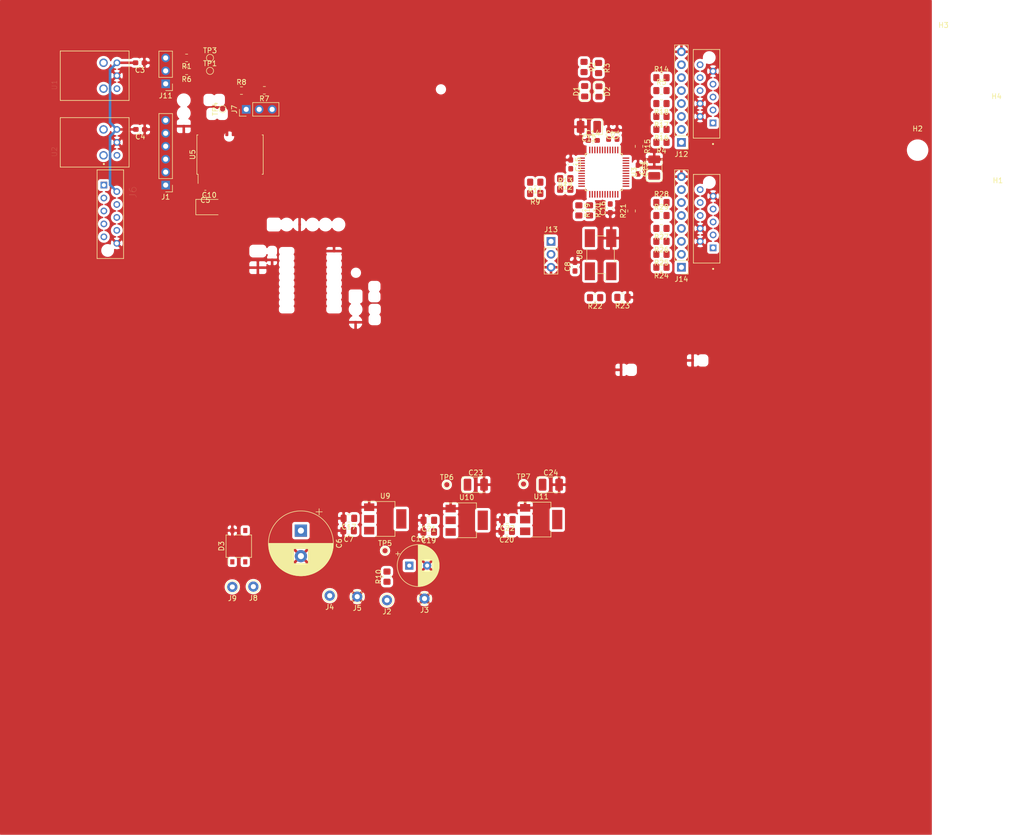
<source format=kicad_pcb>
(kicad_pcb (version 20171130) (host pcbnew "(5.1.9-0-10_14)")
  (layers (0 F.Cu mixed) (1 In1.Cu signal) (2 In2.Cu signal) (31 B.Cu mixed) (34 B.Paste user) (35 F.Paste user) (36 B.SilkS user) (37 F.SilkS user) (38 B.Mask user) (39 F.Mask user) (44 Edge.Cuts user))
  (net 0 "")
  (net 1 "Net-(C1-Pad2)")
  (net 2 GND)
  (net 3 +3V3)
  (net 4 "Net-(D1-Pad2)")
  (net 5 "Net-(D1-Pad1)")
  (net 6 "Net-(D2-Pad2)")
  (net 7 "Net-(D2-Pad1)")
  (net 8 "Net-(R1-Pad1)")
  (net 9 "Net-(R6-Pad1)")
  (net 10 "Net-(C6-Pad1)")
  (net 11 "Net-(D3-Pad2)")
  (net 12 "Net-(D3-Pad1)")
  (net 13 "Net-(J1-Pad5)")
  (net 14 "Net-(J1-Pad4)")
  (net 15 "Net-(J1-Pad1)")
  (net 16 "Net-(J2-Pad1)")
  (net 17 SCL)
  (net 18 SDA)
  (net 19 +1V8)
  (net 20 "Net-(C2-Pad1)")
  (net 21 "Net-(C17-Pad1)")
  (net 22 "Net-(R12-Pad1)")
  (net 23 "Net-(R13-Pad1)")
  (net 24 RESET)
  (net 25 "Net-(R9-Pad1)")
  (net 26 "Net-(R11-Pad1)")
  (net 27 "Net-(J10-Pad1)")
  (net 28 "Net-(J10-Pad3)")
  (net 29 "Net-(J10-Pad5)")
  (net 30 "Net-(J10-Pad6)")
  (net 31 "Net-(J10-Pad7)")
  (net 32 "Net-(J10-Pad8)")
  (net 33 "Net-(R15-Pad2)")
  (net 34 BCKB)
  (net 35 LRCKB)
  (net 36 SDOUTB)
  (net 37 "Net-(C8-Pad1)")
  (net 38 "Net-(J11-Pad3)")
  (net 39 "Net-(J11-Pad2)")
  (net 40 "Net-(J13-Pad2)")
  (net 41 "Net-(J13-Pad1)")
  (net 42 "Net-(J14-Pad6)")
  (net 43 "Net-(J14-Pad5)")
  (net 44 "Net-(J14-Pad4)")
  (net 45 "Net-(J14-Pad3)")
  (net 46 "Net-(J14-Pad2)")
  (net 47 "Net-(J14-Pad1)")
  (net 48 MCLK)
  (net 49 "Net-(R19-Pad1)")
  (net 50 "Net-(R21-Pad2)")
  (net 51 "Net-(R22-Pad1)")
  (net 52 BCKA)
  (net 53 LRCKA)
  (net 54 SDOUTA)
  (net 55 MLCK)
  (module kicad-snk:PLR135-T10_PLT133-T10W (layer F.Cu) (at 40.64 44.45 90)
    (fp_text reference U2 (at -1.827255 -9.646905 90) (layer F.SilkS) (effects (font (size 1.001236 1.001236) (thickness 0.015))))
    (fp_text value PLR135-T10)
    (pad 1 thru_hole circle (at 2.54 2.63 90) (size 1.308 1.308) (drill 0.8) (layers *.Cu *.Mask) (net 3 +3V3))
    (pad 2 thru_hole circle (at 0 2.63 90) (size 1.308 1.308) (drill 0.8) (layers *.Cu *.Mask) (net 2 GND))
    (pad 3 thru_hole circle (at -2.54 2.63 90) (size 1.308 1.308) (drill 0.8) (layers *.Cu *.Mask) (net 39 "Net-(J11-Pad2)"))
    (pad NC2 thru_hole circle (at -2.54 0 90) (size 1.65 1.65) (drill 1.1) (layers *.Cu *.Mask))
    (pad NC1 thru_hole circle (at 2.54 0 90) (size 1.65 1.65) (drill 1.1) (layers *.Cu *.Mask))
  )
  (module kicad-snk:PLR135-T10_PLT133-T10W (layer F.Cu) (at 40.64 31.369 90)
    (fp_text reference U1 (at -1.827255 -9.646905 90) (layer F.SilkS) (effects (font (size 1.001236 1.001236) (thickness 0.015))))
    (fp_text value PLR135-T10)
    (pad 1 thru_hole circle (at 2.54 2.63 90) (size 1.308 1.308) (drill 0.8) (layers *.Cu *.Mask) (net 3 +3V3))
    (pad 2 thru_hole circle (at 0 2.63 90) (size 1.308 1.308) (drill 0.8) (layers *.Cu *.Mask) (net 2 GND))
    (pad 3 thru_hole circle (at -2.54 2.63 90) (size 1.308 1.308) (drill 0.8) (layers *.Cu *.Mask) (net 38 "Net-(J11-Pad3)"))
    (pad NC2 thru_hole circle (at -2.54 0 90) (size 1.65 1.65) (drill 1.1) (layers *.Cu *.Mask))
    (pad NC1 thru_hole circle (at 2.54 0 90) (size 1.65 1.65) (drill 1.1) (layers *.Cu *.Mask))
  )
  (module Capacitor_SMD:C_0603_1608Metric_Pad1.08x0.95mm_HandSolder (layer F.Cu) (at 140.081 57.404 90)
    (fp_text reference C16 (at 0 -1.43 90) (layer F.SilkS))
    (fp_text value 100nF)
    (pad 2 smd roundrect (at 0.8625 0 90) (size 1.075 0.95) (layers F.Cu F.Paste F.Mask) (net 3 +3V3))
    (pad 1 smd roundrect (at -0.8625 0 90) (size 1.075 0.95) (layers F.Cu F.Paste F.Mask) (net 2 GND))
  )
  (module Capacitor_SMD:C_0603_1608Metric_Pad1.08x0.95mm_HandSolder (layer F.Cu) (at 132.334 48.768 270)
    (fp_text reference C15 (at 0 -1.43 90) (layer F.SilkS))
    (fp_text value 100nF)
    (pad 2 smd roundrect (at 0.8625 0 270) (size 1.075 0.95) (layers F.Cu F.Paste F.Mask) (net 19 +1V8))
    (pad 1 smd roundrect (at -0.8625 0 270) (size 1.075 0.95) (layers F.Cu F.Paste F.Mask) (net 2 GND))
  )
  (module Capacitor_SMD:C_0603_1608Metric_Pad1.08x0.95mm_HandSolder (layer F.Cu) (at 136.652 44.069)
    (fp_text reference C14 (at 0 -1.43) (layer F.SilkS))
    (fp_text value 100nF)
    (pad 2 smd roundrect (at 0.8625 0) (size 1.075 0.95) (layers F.Cu F.Paste F.Mask) (net 3 +3V3))
    (pad 1 smd roundrect (at -0.8625 0) (size 1.075 0.95) (layers F.Cu F.Paste F.Mask) (net 2 GND))
  )
  (module Capacitor_SMD:C_0603_1608Metric_Pad1.08x0.95mm_HandSolder (layer F.Cu) (at 145.542 49.784 270)
    (fp_text reference C13 (at 0 -1.43 90) (layer F.SilkS))
    (fp_text value 100nF)
    (pad 2 smd roundrect (at 0.8625 0 270) (size 1.075 0.95) (layers F.Cu F.Paste F.Mask) (net 3 +3V3))
    (pad 1 smd roundrect (at -0.8625 0 270) (size 1.075 0.95) (layers F.Cu F.Paste F.Mask) (net 2 GND))
  )
  (module Capacitor_SMD:C_0603_1608Metric_Pad1.08x0.95mm_HandSolder (layer F.Cu) (at 133.1595 68.834 90)
    (fp_text reference C8 (at 0 -1.43 90) (layer F.SilkS))
    (fp_text value 10nF)
    (pad 2 smd roundrect (at 0.8625 0 90) (size 1.075 0.95) (layers F.Cu F.Paste F.Mask) (net 2 GND))
    (pad 1 smd roundrect (at -0.8625 0 90) (size 1.075 0.95) (layers F.Cu F.Paste F.Mask) (net 37 "Net-(C8-Pad1)"))
  )
  (module Capacitor_SMD:C_0603_1608Metric_Pad1.08x0.95mm_HandSolder (layer F.Cu) (at 60.616 54.356 180)
    (fp_text reference C5 (at 0 -1.43) (layer F.SilkS))
    (fp_text value 100nF)
    (pad 2 smd roundrect (at 0.8625 0 180) (size 1.075 0.95) (layers F.Cu F.Paste F.Mask) (net 3 +3V3))
    (pad 1 smd roundrect (at -0.8625 0 180) (size 1.075 0.95) (layers F.Cu F.Paste F.Mask) (net 2 GND))
  )
  (module Capacitor_SMD:C_0603_1608Metric_Pad1.08x0.95mm_HandSolder (layer F.Cu) (at 47.8525 41.91 180)
    (fp_text reference C4 (at 0 -1.43) (layer F.SilkS))
    (fp_text value 100nF)
    (pad 2 smd roundrect (at 0.8625 0 180) (size 1.075 0.95) (layers F.Cu F.Paste F.Mask) (net 3 +3V3))
    (pad 1 smd roundrect (at -0.8625 0 180) (size 1.075 0.95) (layers F.Cu F.Paste F.Mask) (net 2 GND))
  )
  (module Capacitor_SMD:C_0603_1608Metric_Pad1.08x0.95mm_HandSolder (layer F.Cu) (at 47.789 28.829 180)
    (fp_text reference C3 (at 0 -1.43) (layer F.SilkS))
    (fp_text value 100nF)
    (pad 2 smd roundrect (at 0.8625 0 180) (size 1.075 0.95) (layers F.Cu F.Paste F.Mask) (net 3 +3V3))
    (pad 1 smd roundrect (at -0.8625 0 180) (size 1.075 0.95) (layers F.Cu F.Paste F.Mask) (net 2 GND))
  )
  (module Capacitor_SMD:C_0603_1608Metric_Pad1.08x0.95mm_HandSolder (layer F.Cu) (at 141.4145 42.9525 90)
    (fp_text reference C2 (at 0 -1.43 90) (layer F.SilkS))
    (fp_text value 100nF)
    (pad 2 smd roundrect (at 0.8625 0 90) (size 1.075 0.95) (layers F.Cu F.Paste F.Mask) (net 2 GND))
    (pad 1 smd roundrect (at -0.8625 0 90) (size 1.075 0.95) (layers F.Cu F.Paste F.Mask) (net 20 "Net-(C2-Pad1)"))
  )
  (module Capacitor_SMD:C_0603_1608Metric_Pad1.08x0.95mm_HandSolder (layer F.Cu) (at 139.7635 42.9525 270)
    (fp_text reference C1 (at 0 -1.43 90) (layer F.SilkS))
    (fp_text value 100nF)
    (pad 2 smd roundrect (at 0.8625 0 270) (size 1.075 0.95) (layers F.Cu F.Paste F.Mask) (net 1 "Net-(C1-Pad2)"))
    (pad 1 smd roundrect (at -0.8625 0 270) (size 1.075 0.95) (layers F.Cu F.Paste F.Mask) (net 2 GND))
  )
  (module TestPoint:TestPoint_Pad_D1.0mm (layer F.Cu) (at 61.5315 30.4165)
    (fp_text reference TP1 (at 0 -1.448) (layer F.SilkS))
    (fp_text value RX2+)
    (pad 1 smd circle (at 0 0) (size 1 1) (layers F.Cu F.Mask) (net 9 "Net-(R6-Pad1)"))
  )
  (module Resistor_SMD:R_0805_2012Metric_Pad1.20x1.40mm_HandSolder (layer F.Cu) (at 150.13 58.801)
    (fp_text reference R29 (at 0 -1.65) (layer F.SilkS))
    (fp_text value 49.9R)
    (pad 2 smd roundrect (at 1 0) (size 1.2 1.4) (layers F.Cu F.Paste F.Mask) (roundrect_rratio 0.208333) (net 43 "Net-(J14-Pad5)"))
    (pad 1 smd roundrect (at -1 0) (size 1.2 1.4) (layers F.Cu F.Paste F.Mask) (roundrect_rratio 0.208333) (net 18 SDA))
  )
  (module Resistor_SMD:R_0805_2012Metric_Pad1.20x1.40mm_HandSolder (layer F.Cu) (at 150.13 56.261)
    (fp_text reference R28 (at 0 -1.65) (layer F.SilkS))
    (fp_text value 49.9R)
    (pad 2 smd roundrect (at 1 0) (size 1.2 1.4) (layers F.Cu F.Paste F.Mask) (roundrect_rratio 0.208333) (net 42 "Net-(J14-Pad6)"))
    (pad 1 smd roundrect (at -1 0) (size 1.2 1.4) (layers F.Cu F.Paste F.Mask) (roundrect_rratio 0.208333) (net 17 SCL))
  )
  (module Resistor_SMD:R_0805_2012Metric_Pad1.20x1.40mm_HandSolder (layer F.Cu) (at 150.13 61.341 180)
    (fp_text reference R27 (at 0 -1.65) (layer F.SilkS))
    (fp_text value 33R)
    (pad 2 smd roundrect (at 1 0 180) (size 1.2 1.4) (layers F.Cu F.Paste F.Mask) (roundrect_rratio 0.208333) (net 54 SDOUTA))
    (pad 1 smd roundrect (at -1 0 180) (size 1.2 1.4) (layers F.Cu F.Paste F.Mask) (roundrect_rratio 0.208333) (net 44 "Net-(J14-Pad4)"))
  )
  (module Resistor_SMD:R_0805_2012Metric_Pad1.20x1.40mm_HandSolder (layer F.Cu) (at 150.13 63.881 180)
    (fp_text reference R26 (at 0 -1.65) (layer F.SilkS))
    (fp_text value 33R)
    (pad 2 smd roundrect (at 1 0 180) (size 1.2 1.4) (layers F.Cu F.Paste F.Mask) (roundrect_rratio 0.208333) (net 53 LRCKA))
    (pad 1 smd roundrect (at -1 0 180) (size 1.2 1.4) (layers F.Cu F.Paste F.Mask) (roundrect_rratio 0.208333) (net 45 "Net-(J14-Pad3)"))
  )
  (module Resistor_SMD:R_0805_2012Metric_Pad1.20x1.40mm_HandSolder (layer F.Cu) (at 150.13 66.421 180)
    (fp_text reference R25 (at 0 -1.65) (layer F.SilkS))
    (fp_text value 33R)
    (pad 2 smd roundrect (at 1 0 180) (size 1.2 1.4) (layers F.Cu F.Paste F.Mask) (roundrect_rratio 0.208333) (net 52 BCKA))
    (pad 1 smd roundrect (at -1 0 180) (size 1.2 1.4) (layers F.Cu F.Paste F.Mask) (roundrect_rratio 0.208333) (net 46 "Net-(J14-Pad2)"))
  )
  (module Resistor_SMD:R_0805_2012Metric_Pad1.20x1.40mm_HandSolder (layer F.Cu) (at 150.13 68.961 180)
    (fp_text reference R24 (at 0 -1.65) (layer F.SilkS))
    (fp_text value 33R)
    (pad 2 smd roundrect (at 1 0 180) (size 1.2 1.4) (layers F.Cu F.Paste F.Mask) (roundrect_rratio 0.208333) (net 48 MCLK))
    (pad 1 smd roundrect (at -1 0 180) (size 1.2 1.4) (layers F.Cu F.Paste F.Mask) (roundrect_rratio 0.208333) (net 47 "Net-(J14-Pad1)"))
  )
  (module Resistor_SMD:R_0805_2012Metric_Pad1.20x1.40mm_HandSolder (layer F.Cu) (at 142.478 74.8665 180)
    (fp_text reference R23 (at 0 -1.65) (layer F.SilkS))
    (fp_text value 4K99)
    (pad 2 smd roundrect (at 1 0 180) (size 1.2 1.4) (layers F.Cu F.Paste F.Mask) (roundrect_rratio 0.208333) (net 51 "Net-(R22-Pad1)"))
    (pad 1 smd roundrect (at -1 0 180) (size 1.2 1.4) (layers F.Cu F.Paste F.Mask) (roundrect_rratio 0.208333) (net 2 GND))
  )
  (module Resistor_SMD:R_0805_2012Metric_Pad1.20x1.40mm_HandSolder (layer F.Cu) (at 137.1125 74.93 180)
    (fp_text reference R22 (at 0 -1.65) (layer F.SilkS))
    (fp_text value 4K99)
    (pad 2 smd roundrect (at 1 0 180) (size 1.2 1.4) (layers F.Cu F.Paste F.Mask) (roundrect_rratio 0.208333) (net 37 "Net-(C8-Pad1)"))
    (pad 1 smd roundrect (at -1 0 180) (size 1.2 1.4) (layers F.Cu F.Paste F.Mask) (roundrect_rratio 0.208333) (net 51 "Net-(R22-Pad1)"))
  )
  (module Resistor_SMD:R_0805_2012Metric_Pad1.20x1.40mm_HandSolder (layer F.Cu) (at 144.272 57.912 90)
    (fp_text reference R21 (at 0 -1.65 90) (layer F.SilkS))
    (fp_text value 33R)
    (pad 2 smd roundrect (at 1 0 90) (size 1.2 1.4) (layers F.Cu F.Paste F.Mask) (roundrect_rratio 0.208333) (net 50 "Net-(R21-Pad2)"))
    (pad 1 smd roundrect (at -1 0 90) (size 1.2 1.4) (layers F.Cu F.Paste F.Mask) (roundrect_rratio 0.208333) (net 2 GND))
  )
  (module Resistor_SMD:R_0805_2012Metric_Pad1.20x1.40mm_HandSolder (layer F.Cu) (at 136.017 57.801 270)
    (fp_text reference R20 (at 0 -1.65 90) (layer F.SilkS))
    (fp_text value 0R)
    (pad 2 smd roundrect (at 1 0 270) (size 1.2 1.4) (layers F.Cu F.Paste F.Mask) (roundrect_rratio 0.208333) (net 41 "Net-(J13-Pad1)"))
    (pad 1 smd roundrect (at -1 0 270) (size 1.2 1.4) (layers F.Cu F.Paste F.Mask) (roundrect_rratio 0.208333) (net 55 MLCK))
  )
  (module Resistor_SMD:R_0805_2012Metric_Pad1.20x1.40mm_HandSolder (layer F.Cu) (at 133.9215 57.801 270)
    (fp_text reference R19 (at 0 -1.65 90) (layer F.SilkS))
    (fp_text value 0R)
    (pad 2 smd roundrect (at 1 0 270) (size 1.2 1.4) (layers F.Cu F.Paste F.Mask) (roundrect_rratio 0.208333) (net 41 "Net-(J13-Pad1)"))
    (pad 1 smd roundrect (at -1 0 270) (size 1.2 1.4) (layers F.Cu F.Paste F.Mask) (roundrect_rratio 0.208333) (net 49 "Net-(R19-Pad1)"))
  )
  (module kicad-snk:TE_CONN_RCPT_10POS_0.1_TIN_PCB (layer F.Cu) (at 160.274 65.151 90)
    (fp_text reference J15 (at 1.40487 -5.69557 90) (layer F.SilkS) (effects (font (size 1.40137 1.40137) (thickness 0.015))))
    (fp_text value A)
    (pad 1 thru_hole rect (at 0 0 90) (size 1.308 1.308) (drill 0.8) (layers *.Cu *.Mask) (net 47 "Net-(J14-Pad1)"))
    (pad 2 thru_hole circle (at 1.27 -2.54 90) (size 1.308 1.308) (drill 0.8) (layers *.Cu *.Mask) (net 2 GND))
    (pad 3 thru_hole circle (at 2.54 0 90) (size 1.308 1.308) (drill 0.8) (layers *.Cu *.Mask) (net 46 "Net-(J14-Pad2)"))
    (pad 4 thru_hole circle (at 3.81 -2.54 90) (size 1.308 1.308) (drill 0.8) (layers *.Cu *.Mask) (net 2 GND))
    (pad 5 thru_hole circle (at 5.08 0 90) (size 1.308 1.308) (drill 0.8) (layers *.Cu *.Mask) (net 45 "Net-(J14-Pad3)"))
    (pad 6 thru_hole circle (at 6.35 -2.54 90) (size 1.308 1.308) (drill 0.8) (layers *.Cu *.Mask) (net 43 "Net-(J14-Pad5)"))
    (pad 7 thru_hole circle (at 7.62 0 90) (size 1.308 1.308) (drill 0.8) (layers *.Cu *.Mask) (net 44 "Net-(J14-Pad4)"))
    (pad 8 thru_hole circle (at 8.89 -2.54 90) (size 1.308 1.308) (drill 0.8) (layers *.Cu *.Mask) (net 42 "Net-(J14-Pad6)"))
    (pad 9 thru_hole circle (at 10.16 0 90) (size 1.308 1.308) (drill 0.8) (layers *.Cu *.Mask) (net 2 GND))
    (pad 10 thru_hole circle (at 11.43 -2.54 90) (size 1.308 1.308) (drill 0.8) (layers *.Cu *.Mask) (net 24 RESET))
    (pad None np_thru_hole circle (at 12.83 -0.74 90) (size 1.5 1.5) (drill 1.5) (layers *.Cu *.Mask))
  )
  (module Connector_PinHeader_2.54mm:PinHeader_1x08_P2.54mm_Vertical (layer F.Cu) (at 154.051 68.961 180)
    (fp_text reference J14 (at 0 -2.33) (layer F.SilkS))
    (fp_text value PORTA)
    (pad 8 thru_hole oval (at 0 17.78 180) (size 1.7 1.7) (drill 1) (layers *.Cu *.Mask) (net 2 GND))
    (pad 7 thru_hole oval (at 0 15.24 180) (size 1.7 1.7) (drill 1) (layers *.Cu *.Mask) (net 24 RESET))
    (pad 6 thru_hole oval (at 0 12.7 180) (size 1.7 1.7) (drill 1) (layers *.Cu *.Mask) (net 42 "Net-(J14-Pad6)"))
    (pad 5 thru_hole oval (at 0 10.16 180) (size 1.7 1.7) (drill 1) (layers *.Cu *.Mask) (net 43 "Net-(J14-Pad5)"))
    (pad 4 thru_hole oval (at 0 7.62 180) (size 1.7 1.7) (drill 1) (layers *.Cu *.Mask) (net 44 "Net-(J14-Pad4)"))
    (pad 3 thru_hole oval (at 0 5.08 180) (size 1.7 1.7) (drill 1) (layers *.Cu *.Mask) (net 45 "Net-(J14-Pad3)"))
    (pad 2 thru_hole oval (at 0 2.54 180) (size 1.7 1.7) (drill 1) (layers *.Cu *.Mask) (net 46 "Net-(J14-Pad2)"))
    (pad 1 thru_hole rect (at 0 0 180) (size 1.7 1.7) (drill 1) (layers *.Cu *.Mask) (net 47 "Net-(J14-Pad1)"))
  )
  (module Connector_PinHeader_2.54mm:PinHeader_1x03_P2.54mm_Vertical (layer F.Cu) (at 128.4605 63.881)
    (fp_text reference J13 (at 0 -2.33) (layer F.SilkS))
    (fp_text value CLK)
    (pad 3 thru_hole oval (at 0 5.08) (size 1.7 1.7) (drill 1) (layers *.Cu *.Mask) (net 2 GND))
    (pad 2 thru_hole oval (at 0 2.54) (size 1.7 1.7) (drill 1) (layers *.Cu *.Mask) (net 40 "Net-(J13-Pad2)"))
    (pad 1 thru_hole rect (at 0 0) (size 1.7 1.7) (drill 1) (layers *.Cu *.Mask) (net 41 "Net-(J13-Pad1)"))
  )
  (module Connector_PinHeader_2.54mm:PinHeader_1x03_P2.54mm_Vertical (layer F.Cu) (at 52.832 32.9565 180)
    (fp_text reference J11 (at 0 -2.33) (layer F.SilkS))
    (fp_text value IN)
    (pad 3 thru_hole oval (at 0 5.08 180) (size 1.7 1.7) (drill 1) (layers *.Cu *.Mask) (net 38 "Net-(J11-Pad3)"))
    (pad 2 thru_hole oval (at 0 2.54 180) (size 1.7 1.7) (drill 1) (layers *.Cu *.Mask) (net 39 "Net-(J11-Pad2)"))
    (pad 1 thru_hole rect (at 0 0 180) (size 1.7 1.7) (drill 1) (layers *.Cu *.Mask) (net 2 GND))
  )
  (module Connector_PinHeader_2.54mm:PinHeader_1x08_P2.54mm_Vertical (layer F.Cu) (at 154.051 44.45 180)
    (fp_text reference J12 (at 0 -2.33) (layer F.SilkS))
    (fp_text value PORTB)
    (pad 8 thru_hole oval (at 0 17.78 180) (size 1.7 1.7) (drill 1) (layers *.Cu *.Mask) (net 2 GND))
    (pad 7 thru_hole oval (at 0 15.24 180) (size 1.7 1.7) (drill 1) (layers *.Cu *.Mask) (net 24 RESET))
    (pad 6 thru_hole oval (at 0 12.7 180) (size 1.7 1.7) (drill 1) (layers *.Cu *.Mask) (net 32 "Net-(J10-Pad8)"))
    (pad 5 thru_hole oval (at 0 10.16 180) (size 1.7 1.7) (drill 1) (layers *.Cu *.Mask) (net 30 "Net-(J10-Pad6)"))
    (pad 4 thru_hole oval (at 0 7.62 180) (size 1.7 1.7) (drill 1) (layers *.Cu *.Mask) (net 31 "Net-(J10-Pad7)"))
    (pad 3 thru_hole oval (at 0 5.08 180) (size 1.7 1.7) (drill 1) (layers *.Cu *.Mask) (net 29 "Net-(J10-Pad5)"))
    (pad 2 thru_hole oval (at 0 2.54 180) (size 1.7 1.7) (drill 1) (layers *.Cu *.Mask) (net 28 "Net-(J10-Pad3)"))
    (pad 1 thru_hole rect (at 0 0 180) (size 1.7 1.7) (drill 1) (layers *.Cu *.Mask) (net 27 "Net-(J10-Pad1)"))
  )
  (module Resistor_SMD:R_0805_2012Metric_Pad1.20x1.40mm_HandSolder (layer F.Cu) (at 150.13 36.83 180)
    (fp_text reference R18 (at 0 -1.65) (layer F.SilkS))
    (fp_text value 33R)
    (pad 2 smd roundrect (at 1 0 180) (size 1.2 1.4) (layers F.Cu F.Paste F.Mask) (roundrect_rratio 0.208333) (net 36 SDOUTB))
    (pad 1 smd roundrect (at -1 0 180) (size 1.2 1.4) (layers F.Cu F.Paste F.Mask) (roundrect_rratio 0.208333) (net 31 "Net-(J10-Pad7)"))
  )
  (module Resistor_SMD:R_0805_2012Metric_Pad1.20x1.40mm_HandSolder (layer F.Cu) (at 150.13 39.37 180)
    (fp_text reference R17 (at 0 -1.65) (layer F.SilkS))
    (fp_text value 33R)
    (pad 2 smd roundrect (at 1 0 180) (size 1.2 1.4) (layers F.Cu F.Paste F.Mask) (roundrect_rratio 0.208333) (net 35 LRCKB))
    (pad 1 smd roundrect (at -1 0 180) (size 1.2 1.4) (layers F.Cu F.Paste F.Mask) (roundrect_rratio 0.208333) (net 29 "Net-(J10-Pad5)"))
  )
  (module Resistor_SMD:R_0805_2012Metric_Pad1.20x1.40mm_HandSolder (layer F.Cu) (at 150.13 41.91 180)
    (fp_text reference R16 (at 0 -1.65) (layer F.SilkS))
    (fp_text value 33R)
    (pad 2 smd roundrect (at 1 0 180) (size 1.2 1.4) (layers F.Cu F.Paste F.Mask) (roundrect_rratio 0.208333) (net 34 BCKB))
    (pad 1 smd roundrect (at -1 0 180) (size 1.2 1.4) (layers F.Cu F.Paste F.Mask) (roundrect_rratio 0.208333) (net 28 "Net-(J10-Pad3)"))
  )
  (module Resistor_SMD:R_0805_2012Metric_Pad1.20x1.40mm_HandSolder (layer F.Cu) (at 145.7325 45.228 270)
    (fp_text reference R15 (at 0 -1.65 90) (layer F.SilkS))
    (fp_text value 33R)
    (pad 2 smd roundrect (at 1 0 270) (size 1.2 1.4) (layers F.Cu F.Paste F.Mask) (roundrect_rratio 0.208333) (net 33 "Net-(R15-Pad2)"))
    (pad 1 smd roundrect (at -1 0 270) (size 1.2 1.4) (layers F.Cu F.Paste F.Mask) (roundrect_rratio 0.208333) (net 2 GND))
  )
  (module Resistor_SMD:R_0805_2012Metric_Pad1.20x1.40mm_HandSolder (layer F.Cu) (at 150.13 31.75)
    (fp_text reference R14 (at 0 -1.65) (layer F.SilkS))
    (fp_text value 49.9R)
    (pad 2 smd roundrect (at 1 0) (size 1.2 1.4) (layers F.Cu F.Paste F.Mask) (roundrect_rratio 0.208333) (net 32 "Net-(J10-Pad8)"))
    (pad 1 smd roundrect (at -1 0) (size 1.2 1.4) (layers F.Cu F.Paste F.Mask) (roundrect_rratio 0.208333) (net 17 SCL))
  )
  (module Resistor_SMD:R_0805_2012Metric_Pad1.20x1.40mm_HandSolder (layer F.Cu) (at 150.13 34.29)
    (fp_text reference R5 (at 0 -1.65) (layer F.SilkS))
    (fp_text value 49.9R)
    (pad 2 smd roundrect (at 1 0) (size 1.2 1.4) (layers F.Cu F.Paste F.Mask) (roundrect_rratio 0.208333) (net 30 "Net-(J10-Pad6)"))
    (pad 1 smd roundrect (at -1 0) (size 1.2 1.4) (layers F.Cu F.Paste F.Mask) (roundrect_rratio 0.208333) (net 18 SDA))
  )
  (module Resistor_SMD:R_0805_2012Metric_Pad1.20x1.40mm_HandSolder (layer F.Cu) (at 150.13 44.45 180)
    (fp_text reference R4 (at 0 -1.65) (layer F.SilkS))
    (fp_text value 33R)
    (pad 2 smd roundrect (at 1 0 180) (size 1.2 1.4) (layers F.Cu F.Paste F.Mask) (roundrect_rratio 0.208333) (net 48 MCLK))
    (pad 1 smd roundrect (at -1 0 180) (size 1.2 1.4) (layers F.Cu F.Paste F.Mask) (roundrect_rratio 0.208333) (net 27 "Net-(J10-Pad1)"))
  )
  (module Connector_PinHeader_2.54mm:PinHeader_1x03_P2.54mm_Vertical (layer F.Cu) (at 68.6435 37.973 90)
    (fp_text reference J7 (at 0 -2.33 90) (layer F.SilkS))
    (fp_text value I2C)
    (pad 3 thru_hole oval (at 0 5.08 90) (size 1.7 1.7) (drill 1) (layers *.Cu *.Mask) (net 2 GND))
    (pad 2 thru_hole oval (at 0 2.54 90) (size 1.7 1.7) (drill 1) (layers *.Cu *.Mask) (net 17 SCL))
    (pad 1 thru_hole rect (at 0 0 90) (size 1.7 1.7) (drill 1) (layers *.Cu *.Mask) (net 18 SDA))
  )
  (module kicad-snk:TE_CONN_RCPT_10POS_0.1_TIN_PCB (layer F.Cu) (at 40.7035 52.832 270)
    (fp_text reference J6 (at 1.40487 -5.69557 90) (layer F.SilkS) (effects (font (size 1.40137 1.40137) (thickness 0.015))))
    (fp_text value IN)
    (pad 1 thru_hole rect (at 0 0 270) (size 1.308 1.308) (drill 0.8) (layers *.Cu *.Mask))
    (pad 2 thru_hole circle (at 1.27 -2.54 270) (size 1.308 1.308) (drill 0.8) (layers *.Cu *.Mask) (net 3 +3V3))
    (pad 3 thru_hole circle (at 2.54 0 270) (size 1.308 1.308) (drill 0.8) (layers *.Cu *.Mask))
    (pad 4 thru_hole circle (at 3.81 -2.54 270) (size 1.308 1.308) (drill 0.8) (layers *.Cu *.Mask) (net 38 "Net-(J11-Pad3)"))
    (pad 5 thru_hole circle (at 5.08 0 270) (size 1.308 1.308) (drill 0.8) (layers *.Cu *.Mask))
    (pad 6 thru_hole circle (at 6.35 -2.54 270) (size 1.308 1.308) (drill 0.8) (layers *.Cu *.Mask) (net 39 "Net-(J11-Pad2)"))
    (pad 7 thru_hole circle (at 7.62 0 270) (size 1.308 1.308) (drill 0.8) (layers *.Cu *.Mask))
    (pad 8 thru_hole circle (at 8.89 -2.54 270) (size 1.308 1.308) (drill 0.8) (layers *.Cu *.Mask))
    (pad 9 thru_hole circle (at 10.16 0 270) (size 1.308 1.308) (drill 0.8) (layers *.Cu *.Mask))
    (pad 10 thru_hole circle (at 11.43 -2.54 270) (size 1.308 1.308) (drill 0.8) (layers *.Cu *.Mask) (net 2 GND))
    (pad None np_thru_hole circle (at 12.83 -0.74 270) (size 1.5 1.5) (drill 1.5) (layers *.Cu *.Mask))
  )
  (module Package_TO_SOT_SMD:SOT-223-3_TabPin2 (layer F.Cu) (at 126.5305 118.477)
    (fp_text reference U11 (at 0 -4.5) (layer F.SilkS))
    (fp_text value TLV1117-18)
    (pad 1 smd rect (at -3.15 -2.3) (size 2 1.5) (layers F.Cu F.Paste F.Mask) (net 2 GND))
    (pad 3 smd rect (at -3.15 2.3) (size 2 1.5) (layers F.Cu F.Paste F.Mask) (net 21 "Net-(C17-Pad1)"))
    (pad 2 smd rect (at -3.15 0) (size 2 1.5) (layers F.Cu F.Paste F.Mask) (net 19 +1V8))
    (pad 2 smd rect (at 3.15 0) (size 2 3.8) (layers F.Cu F.Paste F.Mask) (net 19 +1V8))
  )
  (module Package_TO_SOT_SMD:SOT-223-3_TabPin2 (layer F.Cu) (at 111.912 118.618)
    (fp_text reference U10 (at 0 -4.5) (layer F.SilkS))
    (fp_text value TLV1117-33)
    (pad 1 smd rect (at -3.15 -2.3) (size 2 1.5) (layers F.Cu F.Paste F.Mask) (net 2 GND))
    (pad 3 smd rect (at -3.15 2.3) (size 2 1.5) (layers F.Cu F.Paste F.Mask) (net 21 "Net-(C17-Pad1)"))
    (pad 2 smd rect (at -3.15 0) (size 2 1.5) (layers F.Cu F.Paste F.Mask) (net 3 +3V3))
    (pad 2 smd rect (at 3.15 0) (size 2 3.8) (layers F.Cu F.Paste F.Mask) (net 3 +3V3))
  )
  (module Package_TO_SOT_SMD:SOT-223-3_TabPin2 (layer F.Cu) (at 95.9235 118.35)
    (fp_text reference U9 (at 0 -4.5) (layer F.SilkS))
    (fp_text value TLV1117-50)
    (pad 1 smd rect (at -3.15 -2.3) (size 2 1.5) (layers F.Cu F.Paste F.Mask) (net 2 GND))
    (pad 3 smd rect (at -3.15 2.3) (size 2 1.5) (layers F.Cu F.Paste F.Mask) (net 10 "Net-(C6-Pad1)"))
    (pad 2 smd rect (at -3.15 0) (size 2 1.5) (layers F.Cu F.Paste F.Mask) (net 21 "Net-(C17-Pad1)"))
    (pad 2 smd rect (at 3.15 0) (size 2 3.8) (layers F.Cu F.Paste F.Mask) (net 21 "Net-(C17-Pad1)"))
  )
  (module Oscillator:Oscillator_SMD_EuroQuartz_XO91-4Pin_7.0x5.0mm_HandSoldering (layer F.Cu) (at 138.1805 66.496 90)
    (fp_text reference U8 (at 0 -4.1 90) (layer F.SilkS))
    (fp_text value ASDMB-xxxMHz)
    (pad 4 smd rect (at -3.25 -2.1 90) (size 3.5 2) (layers F.Cu F.Paste F.Mask) (net 37 "Net-(C8-Pad1)"))
    (pad 3 smd rect (at 3.25 -2.1 90) (size 3.5 2) (layers F.Cu F.Paste F.Mask) (net 41 "Net-(J13-Pad1)"))
    (pad 2 smd rect (at 3.25 2.1 90) (size 3.5 2) (layers F.Cu F.Paste F.Mask) (net 2 GND))
    (pad 1 smd rect (at -3.25 2.1 90) (size 3.5 2) (layers F.Cu F.Paste F.Mask) (net 51 "Net-(R22-Pad1)"))
  )
  (module TestPoint:TestPoint_Pad_D1.0mm (layer F.Cu) (at 123.063 111.506)
    (fp_text reference TP7 (at 0 -1.448) (layer F.SilkS))
    (fp_text value 1.8V)
    (pad 1 smd circle (at 0 0) (size 1 1) (layers F.Cu F.Mask) (net 19 +1V8))
  )
  (module TestPoint:TestPoint_Pad_D1.0mm (layer F.Cu) (at 108.0135 111.633)
    (fp_text reference TP6 (at 0 -1.448) (layer F.SilkS))
    (fp_text value 3.3V)
    (pad 1 smd circle (at 0 0) (size 1 1) (layers F.Cu F.Mask) (net 3 +3V3))
  )
  (module TestPoint:TestPoint_Pad_D1.0mm (layer F.Cu) (at 95.885 124.587)
    (fp_text reference TP5 (at 0 -1.448) (layer F.SilkS))
    (fp_text value 5V)
    (pad 1 smd circle (at 0 0) (size 1 1) (layers F.Cu F.Mask) (net 21 "Net-(C17-Pad1)"))
  )
  (module TestPoint:TestPoint_Pad_D1.0mm (layer F.Cu) (at 64.008 37.9095 90)
    (fp_text reference TP4 (at 0 -1.448 90) (layer F.SilkS))
    (fp_text value RESET)
    (pad 1 smd circle (at 0 0 90) (size 1 1) (layers F.Cu F.Mask) (net 24 RESET))
  )
  (module TestPoint:TestPoint_Pad_D1.0mm (layer F.Cu) (at 61.5315 27.8765)
    (fp_text reference TP3 (at 0 -1.448) (layer F.SilkS))
    (fp_text value RX1+)
    (pad 1 smd circle (at 0 0) (size 1 1) (layers F.Cu F.Mask) (net 8 "Net-(R1-Pad1)"))
  )
  (module Resistor_SMD:R_0805_2012Metric_Pad1.20x1.40mm_HandSolder (layer F.Cu) (at 131.2545 53.6575)
    (fp_text reference R13 (at 0 -1.65) (layer F.SilkS))
    (fp_text value 4k99)
    (pad 2 smd roundrect (at 1 0) (size 1.2 1.4) (layers F.Cu F.Paste F.Mask) (roundrect_rratio 0.208333) (net 3 +3V3))
    (pad 1 smd roundrect (at -1 0) (size 1.2 1.4) (layers F.Cu F.Paste F.Mask) (roundrect_rratio 0.208333) (net 23 "Net-(R13-Pad1)"))
  )
  (module Resistor_SMD:R_0805_2012Metric_Pad1.20x1.40mm_HandSolder (layer F.Cu) (at 131.2545 51.562 180)
    (fp_text reference R12 (at 0 -1.65) (layer F.SilkS))
    (fp_text value 1k)
    (pad 2 smd roundrect (at 1 0 180) (size 1.2 1.4) (layers F.Cu F.Paste F.Mask) (roundrect_rratio 0.208333) (net 3 +3V3))
    (pad 1 smd roundrect (at -1 0 180) (size 1.2 1.4) (layers F.Cu F.Paste F.Mask) (roundrect_rratio 0.208333) (net 22 "Net-(R12-Pad1)"))
  )
  (module Resistor_SMD:R_0805_2012Metric_Pad1.20x1.40mm_HandSolder (layer F.Cu) (at 125.365 52.2605 180)
    (fp_text reference R11 (at 0 -1.65) (layer F.SilkS))
    (fp_text value 49.9R)
    (pad 2 smd roundrect (at 1 0 180) (size 1.2 1.4) (layers F.Cu F.Paste F.Mask) (roundrect_rratio 0.208333) (net 17 SCL))
    (pad 1 smd roundrect (at -1 0 180) (size 1.2 1.4) (layers F.Cu F.Paste F.Mask) (roundrect_rratio 0.208333) (net 26 "Net-(R11-Pad1)"))
  )
  (module Resistor_SMD:R_0805_2012Metric_Pad1.20x1.40mm_HandSolder (layer F.Cu) (at 125.365 54.483 180)
    (fp_text reference R9 (at 0 -1.65) (layer F.SilkS))
    (fp_text value 49.9R)
    (pad 2 smd roundrect (at 1 0 180) (size 1.2 1.4) (layers F.Cu F.Paste F.Mask) (roundrect_rratio 0.208333) (net 18 SDA))
    (pad 1 smd roundrect (at -1 0 180) (size 1.2 1.4) (layers F.Cu F.Paste F.Mask) (roundrect_rratio 0.208333) (net 25 "Net-(R9-Pad1)"))
  )
  (module kicad-snk:TE_CONN_RCPT_10POS_0.1_TIN_PCB (layer F.Cu) (at 160.252 40.64 90)
    (fp_text reference J10 (at 1.40487 -5.69557 90) (layer F.SilkS) (effects (font (size 1.40137 1.40137) (thickness 0.015))))
    (fp_text value B)
    (pad 1 thru_hole rect (at 0 0 90) (size 1.308 1.308) (drill 0.8) (layers *.Cu *.Mask) (net 27 "Net-(J10-Pad1)"))
    (pad 2 thru_hole circle (at 1.27 -2.54 90) (size 1.308 1.308) (drill 0.8) (layers *.Cu *.Mask) (net 2 GND))
    (pad 3 thru_hole circle (at 2.54 0 90) (size 1.308 1.308) (drill 0.8) (layers *.Cu *.Mask) (net 28 "Net-(J10-Pad3)"))
    (pad 4 thru_hole circle (at 3.81 -2.54 90) (size 1.308 1.308) (drill 0.8) (layers *.Cu *.Mask) (net 2 GND))
    (pad 5 thru_hole circle (at 5.08 0 90) (size 1.308 1.308) (drill 0.8) (layers *.Cu *.Mask) (net 29 "Net-(J10-Pad5)"))
    (pad 6 thru_hole circle (at 6.35 -2.54 90) (size 1.308 1.308) (drill 0.8) (layers *.Cu *.Mask) (net 30 "Net-(J10-Pad6)"))
    (pad 7 thru_hole circle (at 7.62 0 90) (size 1.308 1.308) (drill 0.8) (layers *.Cu *.Mask) (net 31 "Net-(J10-Pad7)"))
    (pad 8 thru_hole circle (at 8.89 -2.54 90) (size 1.308 1.308) (drill 0.8) (layers *.Cu *.Mask) (net 32 "Net-(J10-Pad8)"))
    (pad 9 thru_hole circle (at 10.16 0 90) (size 1.308 1.308) (drill 0.8) (layers *.Cu *.Mask) (net 2 GND))
    (pad 10 thru_hole circle (at 11.43 -2.54 90) (size 1.308 1.308) (drill 0.8) (layers *.Cu *.Mask) (net 24 RESET))
    (pad None np_thru_hole circle (at 12.83 -0.74 90) (size 1.5 1.5) (drill 1.5) (layers *.Cu *.Mask))
  )
  (module Capacitor_Tantalum_SMD:CP_EIA-3528-21_Kemet-B_Pad1.50x2.35mm_HandSolder (layer F.Cu) (at 128.423 111.633)
    (fp_text reference C24 (at 0 -2.35) (layer F.SilkS))
    (fp_text value 10uF)
    (pad 2 smd roundrect (at 1.625 0) (size 1.5 2.35) (layers F.Cu F.Paste F.Mask) (roundrect_rratio 0.166667) (net 2 GND))
    (pad 1 smd roundrect (at -1.625 0) (size 1.5 2.35) (layers F.Cu F.Paste F.Mask) (roundrect_rratio 0.166667) (net 19 +1V8))
  )
  (module Capacitor_Tantalum_SMD:CP_EIA-3528-21_Kemet-B_Pad1.50x2.35mm_HandSolder (layer F.Cu) (at 113.691 111.633)
    (fp_text reference C23 (at 0 -2.35) (layer F.SilkS))
    (fp_text value 10uF)
    (pad 2 smd roundrect (at 1.625 0) (size 1.5 2.35) (layers F.Cu F.Paste F.Mask) (roundrect_rratio 0.166667) (net 2 GND))
    (pad 1 smd roundrect (at -1.625 0) (size 1.5 2.35) (layers F.Cu F.Paste F.Mask) (roundrect_rratio 0.166667) (net 3 +3V3))
  )
  (module Capacitor_SMD:C_0805_2012Metric_Pad1.18x1.45mm_HandSolder (layer F.Cu) (at 119.888 118.491 180)
    (fp_text reference C22 (at 0 -1.68) (layer F.SilkS))
    (fp_text value 100nF)
    (pad 2 smd roundrect (at 1.0375 0 180) (size 1.175 1.45) (layers F.Cu F.Paste F.Mask) (roundrect_rratio 0.212766) (net 2 GND))
    (pad 1 smd roundrect (at -1.0375 0 180) (size 1.175 1.45) (layers F.Cu F.Paste F.Mask) (roundrect_rratio 0.212766) (net 19 +1V8))
  )
  (module Capacitor_SMD:C_0805_2012Metric_Pad1.18x1.45mm_HandSolder (layer F.Cu) (at 104.479 118.618 180)
    (fp_text reference C21 (at 0 -1.68) (layer F.SilkS))
    (fp_text value 100nF)
    (pad 2 smd roundrect (at 1.0375 0 180) (size 1.175 1.45) (layers F.Cu F.Paste F.Mask) (roundrect_rratio 0.212766) (net 2 GND))
    (pad 1 smd roundrect (at -1.0375 0 180) (size 1.175 1.45) (layers F.Cu F.Paste F.Mask) (roundrect_rratio 0.212766) (net 3 +3V3))
  )
  (module Capacitor_SMD:C_0805_2012Metric_Pad1.18x1.45mm_HandSolder (layer F.Cu) (at 119.761 120.777 180)
    (fp_text reference C20 (at 0 -1.68) (layer F.SilkS))
    (fp_text value 330nF)
    (pad 2 smd roundrect (at 1.0375 0 180) (size 1.175 1.45) (layers F.Cu F.Paste F.Mask) (roundrect_rratio 0.212766) (net 2 GND))
    (pad 1 smd roundrect (at -1.0375 0 180) (size 1.175 1.45) (layers F.Cu F.Paste F.Mask) (roundrect_rratio 0.212766) (net 21 "Net-(C17-Pad1)"))
  )
  (module Capacitor_SMD:C_0805_2012Metric_Pad1.18x1.45mm_HandSolder (layer F.Cu) (at 104.4575 120.904 180)
    (fp_text reference C19 (at 0 -1.68) (layer F.SilkS))
    (fp_text value 330nF)
    (pad 2 smd roundrect (at 1.0375 0 180) (size 1.175 1.45) (layers F.Cu F.Paste F.Mask) (roundrect_rratio 0.212766) (net 2 GND))
    (pad 1 smd roundrect (at -1.0375 0 180) (size 1.175 1.45) (layers F.Cu F.Paste F.Mask) (roundrect_rratio 0.212766) (net 21 "Net-(C17-Pad1)"))
  )
  (module Capacitor_THT:CP_Radial_D8.0mm_P3.50mm (layer F.Cu) (at 100.6475 127.508)
    (fp_text reference C18 (at 1.75 -5.25) (layer F.SilkS))
    (fp_text value 100uF)
    (pad 2 thru_hole circle (at 3.5 0) (size 1.6 1.6) (drill 0.8) (layers *.Cu *.Mask) (net 2 GND))
    (pad 1 thru_hole rect (at 0 0) (size 1.6 1.6) (drill 0.8) (layers *.Cu *.Mask) (net 21 "Net-(C17-Pad1)"))
  )
  (module Capacitor_SMD:C_0805_2012Metric_Pad1.18x1.45mm_HandSolder (layer F.Cu) (at 88.7945 118.237 180)
    (fp_text reference C17 (at 0 -1.68) (layer F.SilkS))
    (fp_text value 100nF)
    (pad 2 smd roundrect (at 1.0375 0 180) (size 1.175 1.45) (layers F.Cu F.Paste F.Mask) (roundrect_rratio 0.212766) (net 2 GND))
    (pad 1 smd roundrect (at -1.0375 0 180) (size 1.175 1.45) (layers F.Cu F.Paste F.Mask) (roundrect_rratio 0.212766) (net 21 "Net-(C17-Pad1)"))
  )
  (module Connector_PinHeader_2.54mm:PinHeader_1x06_P2.54mm_Vertical (layer F.Cu) (at 52.832 52.832 180)
    (fp_text reference J1 (at 0 -2.33) (layer F.SilkS))
    (fp_text value Conn_01x06_Male)
    (pad 6 thru_hole oval (at 0 12.7 180) (size 1.7 1.7) (drill 1) (layers *.Cu *.Mask))
    (pad 5 thru_hole oval (at 0 10.16 180) (size 1.7 1.7) (drill 1) (layers *.Cu *.Mask) (net 13 "Net-(J1-Pad5)"))
    (pad 4 thru_hole oval (at 0 7.62 180) (size 1.7 1.7) (drill 1) (layers *.Cu *.Mask) (net 14 "Net-(J1-Pad4)"))
    (pad 3 thru_hole oval (at 0 5.08 180) (size 1.7 1.7) (drill 1) (layers *.Cu *.Mask) (net 2 GND))
    (pad 2 thru_hole oval (at 0 2.54 180) (size 1.7 1.7) (drill 1) (layers *.Cu *.Mask) (net 3 +3V3))
    (pad 1 thru_hole rect (at 0 0 180) (size 1.7 1.7) (drill 1) (layers *.Cu *.Mask) (net 15 "Net-(J1-Pad1)"))
  )
  (module Capacitor_Tantalum_SMD:CP_EIA-3528-21_Kemet-B_Pad1.50x2.35mm_HandSolder (layer F.Cu) (at 135.89 41.402 180)
    (fp_text reference C12 (at 0 -2.35) (layer F.SilkS))
    (fp_text value 10uF)
    (pad 2 smd roundrect (at 1.625 0 180) (size 1.5 2.35) (layers F.Cu F.Paste F.Mask) (roundrect_rratio 0.166667) (net 2 GND))
    (pad 1 smd roundrect (at -1.625 0 180) (size 1.5 2.35) (layers F.Cu F.Paste F.Mask) (roundrect_rratio 0.166667) (net 3 +3V3))
  )
  (module Capacitor_Tantalum_SMD:CP_EIA-3528-21_Kemet-B_Pad1.50x2.35mm_HandSolder (layer F.Cu) (at 148.717 49.403 90)
    (fp_text reference C11 (at 0 -2.35 90) (layer F.SilkS))
    (fp_text value 10uF)
    (pad 2 smd roundrect (at 1.625 0 90) (size 1.5 2.35) (layers F.Cu F.Paste F.Mask) (roundrect_rratio 0.166667) (net 2 GND))
    (pad 1 smd roundrect (at -1.625 0 90) (size 1.5 2.35) (layers F.Cu F.Paste F.Mask) (roundrect_rratio 0.166667) (net 3 +3V3))
  )
  (module Capacitor_Tantalum_SMD:CP_EIA-3528-21_Kemet-B_Pad1.50x2.35mm_HandSolder (layer F.Cu) (at 61.3785 57.15)
    (fp_text reference C10 (at 0 -2.35) (layer F.SilkS))
    (fp_text value 10uF)
    (pad 2 smd roundrect (at 1.625 0) (size 1.5 2.35) (layers F.Cu F.Paste F.Mask) (roundrect_rratio 0.166667) (net 2 GND))
    (pad 1 smd roundrect (at -1.625 0) (size 1.5 2.35) (layers F.Cu F.Paste F.Mask) (roundrect_rratio 0.166667) (net 3 +3V3))
  )
  (module Package_SO:SOIC-20W_7.5x12.8mm_P1.27mm (layer F.Cu) (at 65.4685 46.8485 90)
    (fp_text reference U5 (at 0 -7.35 90) (layer F.SilkS))
    (fp_text value PIC16F1829-IP)
    (pad 20 smd roundrect (at 4.65 -5.715 90) (size 2.05 0.6) (layers F.Cu F.Paste F.Mask) (net 2 GND))
    (pad 19 smd roundrect (at 4.65 -4.445 90) (size 2.05 0.6) (layers F.Cu F.Paste F.Mask) (net 14 "Net-(J1-Pad4)"))
    (pad 18 smd roundrect (at 4.65 -3.175 90) (size 2.05 0.6) (layers F.Cu F.Paste F.Mask) (net 13 "Net-(J1-Pad5)"))
    (pad 17 smd roundrect (at 4.65 -1.905 90) (size 2.05 0.6) (layers F.Cu F.Paste F.Mask))
    (pad 16 smd roundrect (at 4.65 -0.635 90) (size 2.05 0.6) (layers F.Cu F.Paste F.Mask))
    (pad 15 smd roundrect (at 4.65 0.635 90) (size 2.05 0.6) (layers F.Cu F.Paste F.Mask))
    (pad 14 smd roundrect (at 4.65 1.905 90) (size 2.05 0.6) (layers F.Cu F.Paste F.Mask) (net 24 RESET))
    (pad 13 smd roundrect (at 4.65 3.175 90) (size 2.05 0.6) (layers F.Cu F.Paste F.Mask) (net 18 SDA))
    (pad 12 smd roundrect (at 4.65 4.445 90) (size 2.05 0.6) (layers F.Cu F.Paste F.Mask))
    (pad 11 smd roundrect (at 4.65 5.715 90) (size 2.05 0.6) (layers F.Cu F.Paste F.Mask) (net 17 SCL))
    (pad 10 smd roundrect (at -4.65 5.715 90) (size 2.05 0.6) (layers F.Cu F.Paste F.Mask))
    (pad 9 smd roundrect (at -4.65 4.445 90) (size 2.05 0.6) (layers F.Cu F.Paste F.Mask))
    (pad 8 smd roundrect (at -4.65 3.175 90) (size 2.05 0.6) (layers F.Cu F.Paste F.Mask))
    (pad 7 smd roundrect (at -4.65 1.905 90) (size 2.05 0.6) (layers F.Cu F.Paste F.Mask))
    (pad 6 smd roundrect (at -4.65 0.635 90) (size 2.05 0.6) (layers F.Cu F.Paste F.Mask))
    (pad 5 smd roundrect (at -4.65 -0.635 90) (size 2.05 0.6) (layers F.Cu F.Paste F.Mask))
    (pad 4 smd roundrect (at -4.65 -1.905 90) (size 2.05 0.6) (layers F.Cu F.Paste F.Mask) (net 15 "Net-(J1-Pad1)"))
    (pad 3 smd roundrect (at -4.65 -3.175 90) (size 2.05 0.6) (layers F.Cu F.Paste F.Mask))
    (pad 2 smd roundrect (at -4.65 -4.445 90) (size 2.05 0.6) (layers F.Cu F.Paste F.Mask))
    (pad 1 smd roundrect (at -4.65 -5.715 90) (size 2.05 0.6) (layers F.Cu F.Paste F.Mask) (net 3 +3V3))
  )
  (module Resistor_SMD:R_0805_2012Metric_Pad1.20x1.40mm_HandSolder (layer F.Cu) (at 96.266 129.683 90)
    (fp_text reference R10 (at 0 -1.65 90) (layer F.SilkS))
    (fp_text value 330R)
    (pad 2 smd roundrect (at 1 0 90) (size 1.2 1.4) (layers F.Cu F.Paste F.Mask) (roundrect_rratio 0.208333) (net 21 "Net-(C17-Pad1)"))
    (pad 1 smd roundrect (at -1 0 90) (size 1.2 1.4) (layers F.Cu F.Paste F.Mask) (roundrect_rratio 0.208333) (net 16 "Net-(J2-Pad1)"))
  )
  (module Resistor_SMD:R_0805_2012Metric_Pad1.20x1.40mm_HandSolder (layer F.Cu) (at 67.707 34.29)
    (fp_text reference R8 (at 0 -1.65) (layer F.SilkS))
    (fp_text value 4K99)
    (pad 2 smd roundrect (at 1 0) (size 1.2 1.4) (layers F.Cu F.Paste F.Mask) (roundrect_rratio 0.208333) (net 18 SDA))
    (pad 1 smd roundrect (at -1 0) (size 1.2 1.4) (layers F.Cu F.Paste F.Mask) (roundrect_rratio 0.208333) (net 3 +3V3))
  )
  (module Resistor_SMD:R_0805_2012Metric_Pad1.20x1.40mm_HandSolder (layer F.Cu) (at 72.1995 34.2265 180)
    (fp_text reference R7 (at 0 -1.65) (layer F.SilkS))
    (fp_text value 4K99)
    (pad 2 smd roundrect (at 1 0 180) (size 1.2 1.4) (layers F.Cu F.Paste F.Mask) (roundrect_rratio 0.208333) (net 17 SCL))
    (pad 1 smd roundrect (at -1 0 180) (size 1.2 1.4) (layers F.Cu F.Paste F.Mask) (roundrect_rratio 0.208333) (net 3 +3V3))
  )
  (module Connector_Pin:Pin_D1.0mm_L10.0mm (layer F.Cu) (at 65.913 131.699)
    (fp_text reference J9 (at 0 2.25) (layer F.SilkS))
    (fp_text value AC)
    (pad 1 thru_hole circle (at 0 0) (size 2 2) (drill 1) (layers *.Cu *.Mask) (net 12 "Net-(D3-Pad1)"))
  )
  (module Connector_Pin:Pin_D1.0mm_L10.0mm (layer F.Cu) (at 70.0405 131.6355)
    (fp_text reference J8 (at 0 2.25) (layer F.SilkS))
    (fp_text value AC)
    (pad 1 thru_hole circle (at 0 0) (size 2 2) (drill 1) (layers *.Cu *.Mask) (net 11 "Net-(D3-Pad2)"))
  )
  (module Connector_Pin:Pin_D1.0mm_L10.0mm (layer F.Cu) (at 90.424 133.604)
    (fp_text reference J5 (at 0 2.25) (layer F.SilkS))
    (fp_text value GND)
    (pad 1 thru_hole circle (at 0 0) (size 2 2) (drill 1) (layers *.Cu *.Mask) (net 2 GND))
  )
  (module Connector_Pin:Pin_D1.0mm_L10.0mm (layer F.Cu) (at 85.0265 133.4135)
    (fp_text reference J4 (at 0 2.25) (layer F.SilkS))
    (fp_text value +5VOUT)
    (pad 1 thru_hole circle (at 0 0) (size 2 2) (drill 1) (layers *.Cu *.Mask) (net 21 "Net-(C17-Pad1)"))
  )
  (module Connector_Pin:Pin_D1.0mm_L10.0mm (layer F.Cu) (at 103.632 133.985)
    (fp_text reference J3 (at 0 2.25) (layer F.SilkS))
    (fp_text value GND)
    (pad 1 thru_hole circle (at 0 0) (size 2 2) (drill 1) (layers *.Cu *.Mask) (net 2 GND))
  )
  (module Connector_Pin:Pin_D1.0mm_L10.0mm (layer F.Cu) (at 96.266 134.3025)
    (fp_text reference J2 (at 0 2.25) (layer F.SilkS))
    (fp_text value LED)
    (pad 1 thru_hole circle (at 0 0) (size 2 2) (drill 1) (layers *.Cu *.Mask) (net 16 "Net-(J2-Pad1)"))
  )
  (module MountingHole:MountingHole_3.2mm_M3 (layer F.Cu) (at 215.9 39.624)
    (fp_text reference H4 (at 0 -4.2) (layer F.SilkS))
    (fp_text value MountingHole)
    (pad 1 np_thru_hole circle (at 0 0) (size 3.2 3.2) (drill 3.2) (layers *.Cu *.Mask))
  )
  (module MountingHole:MountingHole_3.2mm_M3 (layer F.Cu) (at 205.486 25.654)
    (fp_text reference H3 (at 0 -4.2) (layer F.SilkS))
    (fp_text value MountingHole)
    (pad 1 np_thru_hole circle (at 0 0) (size 3.2 3.2) (drill 3.2) (layers *.Cu *.Mask))
  )
  (module MountingHole:MountingHole_3.2mm_M3 (layer F.Cu) (at 200.406 45.974)
    (fp_text reference H2 (at 0 -4.2) (layer F.SilkS))
    (fp_text value MountingHole)
    (pad 1 np_thru_hole circle (at 0 0) (size 3.2 3.2) (drill 3.2) (layers *.Cu *.Mask))
  )
  (module MountingHole:MountingHole_3.2mm_M3 (layer F.Cu) (at 216.154 56.134)
    (fp_text reference H1 (at 0 -4.2) (layer F.SilkS))
    (fp_text value MountingHole)
    (pad 1 np_thru_hole circle (at 0 0) (size 3.2 3.2) (drill 3.2) (layers *.Cu *.Mask))
  )
  (module Package_TO_SOT_SMD:TO-269AA (layer F.Cu) (at 67.183 123.698 90)
    (fp_text reference D3 (at 0 -3.4 90) (layer F.SilkS))
    (fp_text value MB4S)
    (pad 4 smd rect (at 3.075 -1.27 90) (size 1 0.8) (layers F.Cu F.Paste F.Mask) (net 2 GND))
    (pad 3 smd rect (at 3.075 1.27 90) (size 1 0.8) (layers F.Cu F.Paste F.Mask) (net 10 "Net-(C6-Pad1)"))
    (pad 2 smd rect (at -3.075 1.27 90) (size 1 0.8) (layers F.Cu F.Paste F.Mask) (net 11 "Net-(D3-Pad2)"))
    (pad 1 smd rect (at -3.075 -1.27 90) (size 1 0.8) (layers F.Cu F.Paste F.Mask) (net 12 "Net-(D3-Pad1)"))
  )
  (module Capacitor_SMD:C_0805_2012Metric_Pad1.18x1.45mm_HandSolder (layer F.Cu) (at 88.731 120.65 180)
    (fp_text reference C7 (at 0 -1.68) (layer F.SilkS))
    (fp_text value 330nF)
    (pad 2 smd roundrect (at 1.0375 0 180) (size 1.175 1.45) (layers F.Cu F.Paste F.Mask) (roundrect_rratio 0.212766) (net 2 GND))
    (pad 1 smd roundrect (at -1.0375 0 180) (size 1.175 1.45) (layers F.Cu F.Paste F.Mask) (roundrect_rratio 0.212766) (net 10 "Net-(C6-Pad1)"))
  )
  (module Capacitor_THT:CP_Radial_D12.5mm_P5.00mm (layer F.Cu) (at 79.375 120.65 270)
    (fp_text reference C6 (at 2.5 -7.5 90) (layer F.SilkS))
    (fp_text value 1000uF)
    (pad 2 thru_hole circle (at 5 0 270) (size 2.4 2.4) (drill 1.2) (layers *.Cu *.Mask) (net 2 GND))
    (pad 1 thru_hole rect (at 0 0 270) (size 2.4 2.4) (drill 1.2) (layers *.Cu *.Mask) (net 10 "Net-(C6-Pad1)"))
  )
  (module Package_QFP:TQFP-48_7x7mm_P0.5mm (layer F.Cu) (at 138.811 50.292 270)
    (fp_text reference U3 (at 0 -6 90) (layer F.SilkS))
    (fp_text value SRC4392)
    (pad 48 smd rect (at -2.75 -4.35) (size 1.3 0.25) (layers F.Cu F.Paste F.Mask) (net 34 BCKB))
    (pad 47 smd rect (at -2.25 -4.35) (size 1.3 0.25) (layers F.Cu F.Paste F.Mask) (net 35 LRCKB))
    (pad 46 smd rect (at -1.75 -4.35) (size 1.3 0.25) (layers F.Cu F.Paste F.Mask) (net 33 "Net-(R15-Pad2)"))
    (pad 45 smd rect (at -1.25 -4.35) (size 1.3 0.25) (layers F.Cu F.Paste F.Mask) (net 36 SDOUTB))
    (pad 44 smd rect (at -0.75 -4.35) (size 1.3 0.25) (layers F.Cu F.Paste F.Mask) (net 2 GND))
    (pad 43 smd rect (at -0.25 -4.35) (size 1.3 0.25) (layers F.Cu F.Paste F.Mask) (net 2 GND))
    (pad 42 smd rect (at 0.25 -4.35) (size 1.3 0.25) (layers F.Cu F.Paste F.Mask) (net 3 +3V3))
    (pad 41 smd rect (at 0.75 -4.35) (size 1.3 0.25) (layers F.Cu F.Paste F.Mask))
    (pad 40 smd rect (at 1.25 -4.35) (size 1.3 0.25) (layers F.Cu F.Paste F.Mask) (net 54 SDOUTA))
    (pad 39 smd rect (at 1.75 -4.35) (size 1.3 0.25) (layers F.Cu F.Paste F.Mask) (net 50 "Net-(R21-Pad2)"))
    (pad 38 smd rect (at 2.25 -4.35) (size 1.3 0.25) (layers F.Cu F.Paste F.Mask) (net 53 LRCKA))
    (pad 37 smd rect (at 2.75 -4.35) (size 1.3 0.25) (layers F.Cu F.Paste F.Mask) (net 52 BCKA))
    (pad 36 smd rect (at 4.35 -2.75 270) (size 1.3 0.25) (layers F.Cu F.Paste F.Mask))
    (pad 35 smd rect (at 4.35 -2.25 270) (size 1.3 0.25) (layers F.Cu F.Paste F.Mask))
    (pad 34 smd rect (at 4.35 -1.75 270) (size 1.3 0.25) (layers F.Cu F.Paste F.Mask))
    (pad 33 smd rect (at 4.35 -1.25 270) (size 1.3 0.25) (layers F.Cu F.Paste F.Mask) (net 3 +3V3))
    (pad 32 smd rect (at 4.35 -0.75 270) (size 1.3 0.25) (layers F.Cu F.Paste F.Mask))
    (pad 31 smd rect (at 4.35 -0.25 270) (size 1.3 0.25) (layers F.Cu F.Paste F.Mask))
    (pad 30 smd rect (at 4.35 0.25 270) (size 1.3 0.25) (layers F.Cu F.Paste F.Mask) (net 2 GND))
    (pad 29 smd rect (at 4.35 0.75 270) (size 1.3 0.25) (layers F.Cu F.Paste F.Mask))
    (pad 28 smd rect (at 4.35 1.25 270) (size 1.3 0.25) (layers F.Cu F.Paste F.Mask))
    (pad 27 smd rect (at 4.35 1.75 270) (size 1.3 0.25) (layers F.Cu F.Paste F.Mask))
    (pad 26 smd rect (at 4.35 2.25 270) (size 1.3 0.25) (layers F.Cu F.Paste F.Mask))
    (pad 25 smd rect (at 4.35 2.75 270) (size 1.3 0.25) (layers F.Cu F.Paste F.Mask) (net 55 MLCK))
    (pad 24 smd rect (at 2.75 4.35) (size 1.3 0.25) (layers F.Cu F.Paste F.Mask) (net 24 RESET))
    (pad 23 smd rect (at 2.25 4.35) (size 1.3 0.25) (layers F.Cu F.Paste F.Mask) (net 23 "Net-(R13-Pad1)"))
    (pad 22 smd rect (at 1.75 4.35) (size 1.3 0.25) (layers F.Cu F.Paste F.Mask) (net 25 "Net-(R9-Pad1)"))
    (pad 21 smd rect (at 1.25 4.35) (size 1.3 0.25) (layers F.Cu F.Paste F.Mask) (net 2 GND))
    (pad 20 smd rect (at 0.75 4.35) (size 1.3 0.25) (layers F.Cu F.Paste F.Mask) (net 26 "Net-(R11-Pad1)"))
    (pad 19 smd rect (at 0.25 4.35) (size 1.3 0.25) (layers F.Cu F.Paste F.Mask) (net 2 GND))
    (pad 18 smd rect (at -0.25 4.35) (size 1.3 0.25) (layers F.Cu F.Paste F.Mask) (net 22 "Net-(R12-Pad1)"))
    (pad 17 smd rect (at -0.75 4.35) (size 1.3 0.25) (layers F.Cu F.Paste F.Mask) (net 19 +1V8))
    (pad 16 smd rect (at -1.25 4.35) (size 1.3 0.25) (layers F.Cu F.Paste F.Mask) (net 2 GND))
    (pad 15 smd rect (at -1.75 4.35) (size 1.3 0.25) (layers F.Cu F.Paste F.Mask) (net 5 "Net-(D1-Pad1)"))
    (pad 14 smd rect (at -2.25 4.35) (size 1.3 0.25) (layers F.Cu F.Paste F.Mask) (net 2 GND))
    (pad 13 smd rect (at -2.75 4.35) (size 1.3 0.25) (layers F.Cu F.Paste F.Mask) (net 49 "Net-(R19-Pad1)"))
    (pad 12 smd rect (at -4.35 2.75 270) (size 1.3 0.25) (layers F.Cu F.Paste F.Mask) (net 40 "Net-(J13-Pad2)"))
    (pad 11 smd rect (at -4.35 2.25 270) (size 1.3 0.25) (layers F.Cu F.Paste F.Mask) (net 7 "Net-(D2-Pad1)"))
    (pad 10 smd rect (at -4.35 1.75 270) (size 1.3 0.25) (layers F.Cu F.Paste F.Mask) (net 2 GND))
    (pad 9 smd rect (at -4.35 1.25 270) (size 1.3 0.25) (layers F.Cu F.Paste F.Mask) (net 3 +3V3))
    (pad 8 smd rect (at -4.35 0.75 270) (size 1.3 0.25) (layers F.Cu F.Paste F.Mask))
    (pad 7 smd rect (at -4.35 0.25 270) (size 1.3 0.25) (layers F.Cu F.Paste F.Mask))
    (pad 6 smd rect (at -4.35 -0.25 270) (size 1.3 0.25) (layers F.Cu F.Paste F.Mask))
    (pad 5 smd rect (at -4.35 -0.75 270) (size 1.3 0.25) (layers F.Cu F.Paste F.Mask))
    (pad 4 smd rect (at -4.35 -1.25 270) (size 1.3 0.25) (layers F.Cu F.Paste F.Mask) (net 1 "Net-(C1-Pad2)"))
    (pad 3 smd rect (at -4.35 -1.75 270) (size 1.3 0.25) (layers F.Cu F.Paste F.Mask) (net 9 "Net-(R6-Pad1)"))
    (pad 2 smd rect (at -4.35 -2.25 270) (size 1.3 0.25) (layers F.Cu F.Paste F.Mask) (net 20 "Net-(C2-Pad1)"))
    (pad 1 smd rect (at -4.35 -2.75 270) (size 1.3 0.25) (layers F.Cu F.Paste F.Mask) (net 8 "Net-(R1-Pad1)"))
  )
  (module Resistor_SMD:R_0805_2012Metric_Pad1.20x1.40mm_HandSolder (layer F.Cu) (at 56.9435 30.4165 180)
    (fp_text reference R6 (at 0 -1.65) (layer F.SilkS))
    (fp_text value 33R)
    (pad 2 smd roundrect (at 1 0 180) (size 1.2 1.4) (layers F.Cu F.Paste F.Mask) (roundrect_rratio 0.208333) (net 39 "Net-(J11-Pad2)"))
    (pad 1 smd roundrect (at -1 0 180) (size 1.2 1.4) (layers F.Cu F.Paste F.Mask) (roundrect_rratio 0.208333) (net 9 "Net-(R6-Pad1)"))
  )
  (module Resistor_SMD:R_0805_2012Metric_Pad1.20x1.40mm_HandSolder (layer F.Cu) (at 137.795 29.861 270)
    (fp_text reference R3 (at 0 -1.65 90) (layer F.SilkS))
    (fp_text value 330R)
    (pad 2 smd roundrect (at 1 0 270) (size 1.2 1.4) (layers F.Cu F.Paste F.Mask) (roundrect_rratio 0.208333) (net 6 "Net-(D2-Pad2)"))
    (pad 1 smd roundrect (at -1 0 270) (size 1.2 1.4) (layers F.Cu F.Paste F.Mask) (roundrect_rratio 0.208333) (net 3 +3V3))
  )
  (module Resistor_SMD:R_0805_2012Metric_Pad1.20x1.40mm_HandSolder (layer F.Cu) (at 134.9375 29.6545 270)
    (fp_text reference R2 (at 0 -1.65 90) (layer F.SilkS))
    (fp_text value 330R)
    (pad 2 smd roundrect (at 1 0 270) (size 1.2 1.4) (layers F.Cu F.Paste F.Mask) (roundrect_rratio 0.208333) (net 4 "Net-(D1-Pad2)"))
    (pad 1 smd roundrect (at -1 0 270) (size 1.2 1.4) (layers F.Cu F.Paste F.Mask) (roundrect_rratio 0.208333) (net 3 +3V3))
  )
  (module Resistor_SMD:R_0805_2012Metric_Pad1.20x1.40mm_HandSolder (layer F.Cu) (at 56.9435 27.8765 180)
    (fp_text reference R1 (at 0 -1.65) (layer F.SilkS))
    (fp_text value 33R)
    (pad 2 smd roundrect (at 1 0 180) (size 1.2 1.4) (layers F.Cu F.Paste F.Mask) (roundrect_rratio 0.208333) (net 38 "Net-(J11-Pad3)"))
    (pad 1 smd roundrect (at -1 0 180) (size 1.2 1.4) (layers F.Cu F.Paste F.Mask) (roundrect_rratio 0.208333) (net 8 "Net-(R1-Pad1)"))
  )
  (module LED_SMD:LED_0805_2012Metric_Pad1.15x1.40mm_HandSolder (layer F.Cu) (at 137.8585 34.4715 270)
    (fp_text reference D2 (at 0 -1.65 90) (layer F.SilkS))
    (fp_text value LED)
    (pad 2 smd roundrect (at 1.025 0 270) (size 1.15 1.4) (layers F.Cu F.Paste F.Mask) (roundrect_rratio 0.217391) (net 6 "Net-(D2-Pad2)"))
    (pad 1 smd roundrect (at -1.025 0 270) (size 1.15 1.4) (layers F.Cu F.Paste F.Mask) (roundrect_rratio 0.217391) (net 7 "Net-(D2-Pad1)"))
  )
  (module LED_SMD:LED_0805_2012Metric_Pad1.15x1.40mm_HandSolder (layer F.Cu) (at 135.0645 34.417 90)
    (fp_text reference D1 (at 0 -1.65 90) (layer F.SilkS))
    (fp_text value LED)
    (pad 2 smd roundrect (at 1.025 0 90) (size 1.15 1.4) (layers F.Cu F.Paste F.Mask) (roundrect_rratio 0.217391) (net 4 "Net-(D1-Pad2)"))
    (pad 1 smd roundrect (at -1.025 0 90) (size 1.15 1.4) (layers F.Cu F.Paste F.Mask) (roundrect_rratio 0.217391) (net 5 "Net-(D1-Pad1)"))
  )
  (segment (start 43.27 28.829) (end 46.9265 28.829) (width 0.5) (layer F.Cu) (net 3))
  (segment (start 43.27 41.91) (end 46.99 41.91) (width 0.5) (layer F.Cu) (net 3))
  (segment (start 41.915001 30.183999) (end 41.915001 40.555001) (width 0.5) (layer B.Cu) (net 3))
  (segment (start 41.915001 40.555001) (end 43.27 41.91) (width 0.5) (layer B.Cu) (net 3))
  (segment (start 43.27 28.829) (end 41.915001 30.183999) (width 0.5) (layer B.Cu) (net 3))
  (segment (start 41.915001 52.773501) (end 43.2435 54.102) (width 0.5) (layer B.Cu) (net 3))
  (segment (start 41.915001 43.264999) (end 41.915001 52.773501) (width 0.5) (layer B.Cu) (net 3))
  (segment (start 43.27 41.91) (end 41.915001 43.264999) (width 0.5) (layer B.Cu) (net 3))
  (zone (net 2) (net_name GND) (layer F.Cu) (connect_pads (clearance 0.508)) (min_thickness 0.254) (fill yes (arc_segments 32) (thermal_gap 0.508) (thermal_bridge_width 0.508))
    (polygon (pts (xy 203.2 180.34) (xy 20.32 180.34) (xy 20.32 16.51) (xy 203.2 16.51)))
  )
)
</source>
